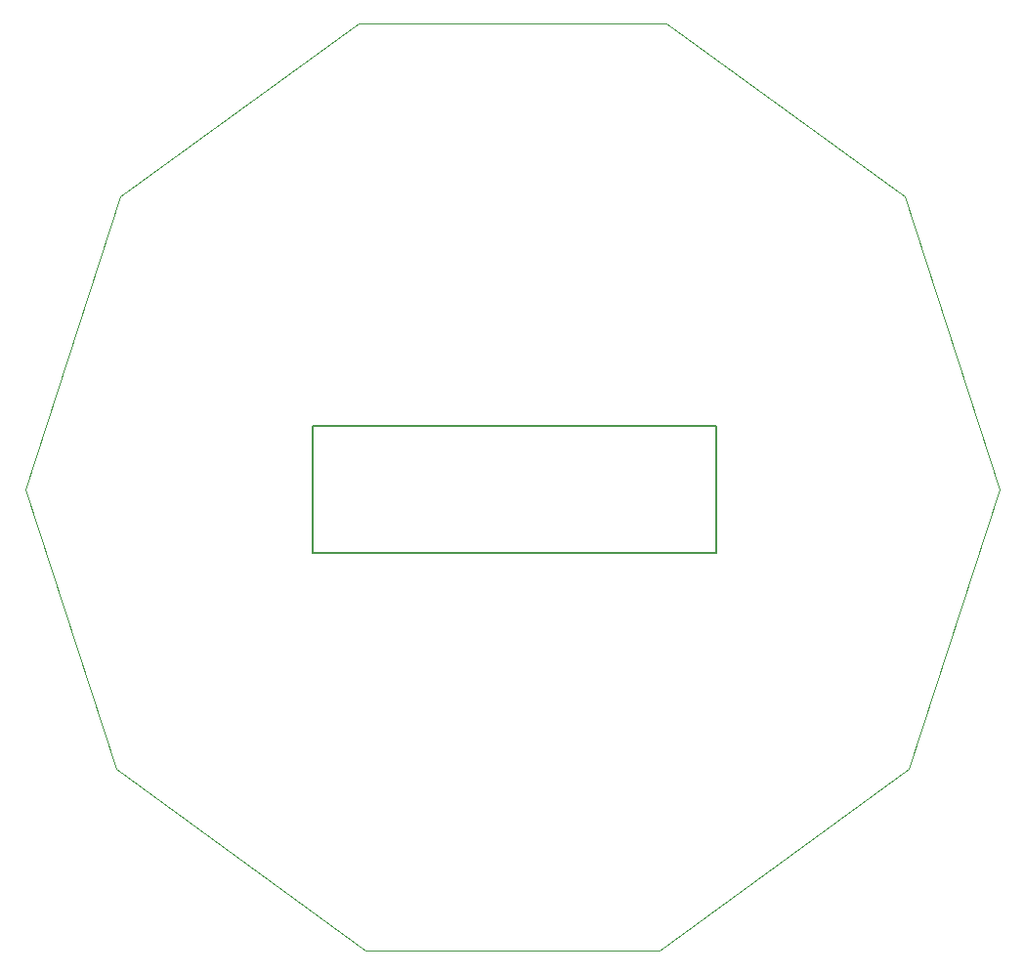
<source format=gm1>
G04 #@! TF.FileFunction,Profile,NP*
%FSLAX46Y46*%
G04 Gerber Fmt 4.6, Leading zero omitted, Abs format (unit mm)*
G04 Created by KiCad (PCBNEW 4.0.6) date Saturday, June 09, 2018 'PMt' 06:08:09 PM*
%MOMM*%
%LPD*%
G01*
G04 APERTURE LIST*
%ADD10C,0.100000*%
%ADD11C,0.150000*%
G04 APERTURE END LIST*
D10*
D11*
X82500000Y-105500000D02*
X82500000Y-94500000D01*
X117500000Y-105500000D02*
X82500000Y-105500000D01*
X117500000Y-94500000D02*
X117500000Y-105500000D01*
X82500000Y-94500000D02*
X117500000Y-94500000D01*
D10*
X57580881Y-99996953D02*
X65835891Y-74590644D01*
X86452226Y-59612000D02*
X113166000Y-59612000D01*
X134162606Y-124232908D02*
X112550709Y-139934870D01*
X65835891Y-74590644D02*
X86452226Y-59612000D01*
X133782335Y-74590644D02*
X142037345Y-99996953D01*
X142037345Y-99996953D02*
X134162606Y-124232908D01*
X112550709Y-139934870D02*
X87067517Y-139934870D01*
X87067517Y-139934870D02*
X65455620Y-124232908D01*
X65455620Y-124232908D02*
X57580881Y-99996953D01*
X113166000Y-59612000D02*
X133782335Y-74590644D01*
M02*

</source>
